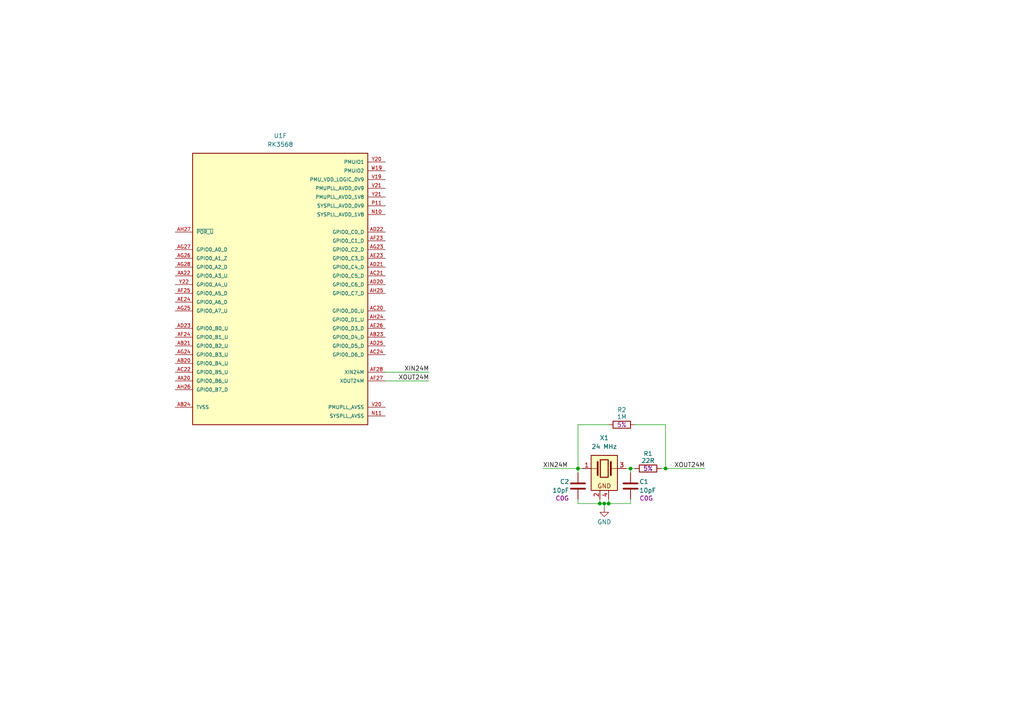
<source format=kicad_sch>
(kicad_sch (version 20250114) (generator "eeschema") (generator_version "9.0")
  (paper "A4")
  (junction (at 193.04 135.89))
  (junction (at 175.26 146.05))
  (junction (at 182.88 135.89))
  (junction (at 167.64 135.89))
  (junction (at 176.53 146.05))
  (junction (at 173.99 146.05))
  (wire (pts (xy 175.26 147.32) (xy 175.26 146.05)))
  (wire (pts (xy 124.46 110.49) (xy 111.76 110.49)))
  (wire (pts (xy 167.64 137.16) (xy 167.64 135.89)))
  (wire (pts (xy 176.53 123.19) (xy 167.64 123.19)))
  (wire (pts (xy 176.53 144.78) (xy 176.53 146.05)))
  (wire (pts (xy 157.48 135.89) (xy 167.64 135.89)))
  (wire (pts (xy 173.99 144.78) (xy 173.99 146.05)))
  (wire (pts (xy 182.88 144.78) (xy 182.88 146.05)))
  (wire (pts (xy 182.88 137.16) (xy 182.88 135.89)))
  (wire (pts (xy 184.15 123.19) (xy 193.04 123.19)))
  (wire (pts (xy 182.88 135.89) (xy 181.61 135.89)))
  (wire (pts (xy 193.04 135.89) (xy 204.47 135.89)))
  (wire (pts (xy 193.04 135.89) (xy 191.77 135.89)))
  (wire (pts (xy 167.64 135.89) (xy 168.91 135.89)))
  (wire (pts (xy 176.53 146.05) (xy 182.88 146.05)))
  (wire (pts (xy 184.15 135.89) (xy 182.88 135.89)))
  (wire (pts (xy 124.46 107.95) (xy 111.76 107.95)))
  (wire (pts (xy 173.99 146.05) (xy 175.26 146.05)))
  (wire (pts (xy 167.64 144.78) (xy 167.64 146.05)))
  (wire (pts (xy 167.64 146.05) (xy 173.99 146.05)))
  (wire (pts (xy 176.53 146.05) (xy 175.26 146.05)))
  (wire (pts (xy 167.64 123.19) (xy 167.64 135.89)))
  (wire (pts (xy 193.04 123.19) (xy 193.04 135.89)))
  (label "XOUT24M" (at 204.47 135.89 180))
  (label "XIN24M" (at 157.48 135.89 0))
  (label "XOUT24M" (at 124.46 110.49 180))
  (label "XIN24M" (at 124.46 107.95 180))
  (symbol (lib_id "RK3568:RK3568") (at 81.28 82.55 0) (unit 6)
    (property "Reference" "U1" (at 81.28 39.37 0))
    (property "Value" "RK3568" (at 81.28 41.91 0))
    (property "Footprint" "RK3568:BGA636C65P28X28_1900X1900X168" (effects (hide yes)))
    (property "MF" "Rockchip" (effects (hide yes)))
    (property "MAXIMUM_PACKAGE_HEIGHT" "1.68mm" (effects (hide yes)))
    (property "Package" "None" (effects (hide yes)))
    (property "Price" "None" (effects (hide yes)))
    (property "Check_prices" "https://www.snapeda.com/parts/RK3568/Fuzhou+Rockchip+Electronics+Co/view-part/?ref=eda" (effects (hide yes)))
    (property "STANDARD" "IPC-7351B" (effects (hide yes)))
    (property "PARTREV" "1.3" (effects (hide yes)))
    (property "SnapEDA_Link" "https://www.snapeda.com/parts/RK3568/Fuzhou+Rockchip+Electronics+Co/view-part/?ref=snap" (effects (hide yes)))
    (property "MP" "RK3568" (effects (hide yes)))
    (property "Description_1" "Quad-core Cortex-A55 up to 2.0GHz" (effects (hide yes)))
    (property "Availability" "In Stock" (effects (hide yes)))
    (property "MANUFACTURER" "Rockchip Electronics" (effects (hide yes)))
  )
  (symbol (lib_id "Device:C") (at 182.88 140.97 0) (unit 1)
    (property "Reference" "C1" (at 185.42 139.7 0) (effects (justify left)))
    (property "Value" "10pF" (at 185.42 142.24 0) (effects (justify left)))
    (property "Footprint" "Capacitor_SMD:C_0402_1005Metric" (effects (hide yes)))
    (property "Description" "Unpolarized capacitor" (effects (hide yes)))
    (property "Class" "C0G" (at 187.452 144.526 0))
  )
  (symbol (lib_id "PCM_Crystal_AKL:Crystal_Generic_GND24") (at 175.26 135.89 0) (unit 1)
    (property "Reference" "X1" (at 175.26 127 0))
    (property "Value" "24 MHz" (at 175.26 129.54 0))
    (property "Footprint" "lcsc:CRYSTAL-SMD_4P-L3.2-W2.5-BL" (effects (hide yes)))
    (property "Description" "Quartz crystal, Shielded, Generic symbol, Alternate KiCad Library" (effects (hide yes)))
    (property "LCSC" "C15643" (effects (hide yes)))
  )
  (symbol (lib_id "Device:R") (at 187.96 135.89 90) (unit 1)
    (property "Reference" "R1" (at 187.96 131.572 90))
    (property "Value" "22R" (at 187.96 133.604 90))
    (property "Footprint" "Resistor_SMD:R_0402_1005Metric" (effects (hide yes)))
    (property "Description" "Resistor" (effects (hide yes)))
    (property "Tolerance" "5%" (at 187.96 135.89 90))
  )
  (symbol (lib_id "power:GND") (at 175.26 147.32 0) (unit 1)
    (property "Reference" "#PWR01" (effects (hide yes)))
    (property "Value" "GND" (at 175.26 151.384 0))
    (property "Description" "Power symbol creates a global label with name \"GND\" , ground" (effects (hide yes)))
  )
  (symbol (lib_id "Device:C") (at 167.64 140.97 0) (mirror y) (unit 1)
    (property "Reference" "C2" (at 165.1 139.7 0) (effects (justify left)))
    (property "Value" "10pF" (at 165.1 142.24 0) (effects (justify left)))
    (property "Footprint" "Capacitor_SMD:C_0402_1005Metric" (effects (hide yes)))
    (property "Description" "Unpolarized capacitor" (effects (hide yes)))
    (property "Class" "C0G" (at 163.068 144.526 0))
  )
  (symbol (lib_id "Device:R") (at 180.34 123.19 90) (unit 1)
    (property "Reference" "R2" (at 180.34 118.872 90))
    (property "Value" "1M" (at 180.34 120.904 90))
    (property "Footprint" "Resistor_SMD:R_0402_1005Metric" (effects (hide yes)))
    (property "Description" "Resistor" (effects (hide yes)))
    (property "Tolerance" "5%" (at 180.34 123.19 90))
  )
)
</source>
